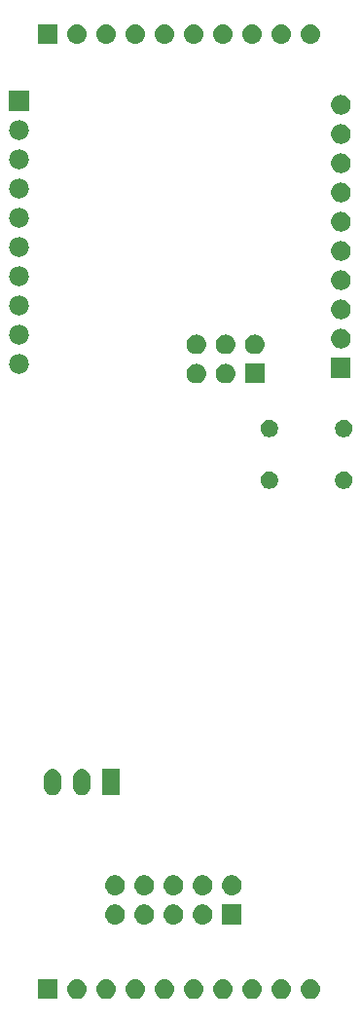
<source format=gbr>
G04 #@! TF.GenerationSoftware,KiCad,Pcbnew,5.0.2+dfsg1-1~bpo9+1*
G04 #@! TF.CreationDate,2019-05-23T15:08:07-07:00*
G04 #@! TF.ProjectId,HW,48572e6b-6963-4616-945f-706362585858,rev?*
G04 #@! TF.SameCoordinates,Original*
G04 #@! TF.FileFunction,Soldermask,Bot*
G04 #@! TF.FilePolarity,Negative*
%FSLAX46Y46*%
G04 Gerber Fmt 4.6, Leading zero omitted, Abs format (unit mm)*
G04 Created by KiCad (PCBNEW 5.0.2+dfsg1-1~bpo9+1) date Thu 23 May 2019 03:08:07 PM PDT*
%MOMM*%
%LPD*%
G01*
G04 APERTURE LIST*
%ADD10C,0.100000*%
G04 APERTURE END LIST*
D10*
G36*
X138026630Y-145662299D02*
X138186855Y-145710903D01*
X138334520Y-145789831D01*
X138463949Y-145896051D01*
X138570169Y-146025480D01*
X138649097Y-146173145D01*
X138697701Y-146333370D01*
X138714112Y-146500000D01*
X138697701Y-146666630D01*
X138649097Y-146826855D01*
X138570169Y-146974520D01*
X138463949Y-147103949D01*
X138334520Y-147210169D01*
X138186855Y-147289097D01*
X138026630Y-147337701D01*
X137901752Y-147350000D01*
X137818248Y-147350000D01*
X137693370Y-147337701D01*
X137533145Y-147289097D01*
X137385480Y-147210169D01*
X137256051Y-147103949D01*
X137149831Y-146974520D01*
X137070903Y-146826855D01*
X137022299Y-146666630D01*
X137005888Y-146500000D01*
X137022299Y-146333370D01*
X137070903Y-146173145D01*
X137149831Y-146025480D01*
X137256051Y-145896051D01*
X137385480Y-145789831D01*
X137533145Y-145710903D01*
X137693370Y-145662299D01*
X137818248Y-145650000D01*
X137901752Y-145650000D01*
X138026630Y-145662299D01*
X138026630Y-145662299D01*
G37*
G36*
X135486630Y-145662299D02*
X135646855Y-145710903D01*
X135794520Y-145789831D01*
X135923949Y-145896051D01*
X136030169Y-146025480D01*
X136109097Y-146173145D01*
X136157701Y-146333370D01*
X136174112Y-146500000D01*
X136157701Y-146666630D01*
X136109097Y-146826855D01*
X136030169Y-146974520D01*
X135923949Y-147103949D01*
X135794520Y-147210169D01*
X135646855Y-147289097D01*
X135486630Y-147337701D01*
X135361752Y-147350000D01*
X135278248Y-147350000D01*
X135153370Y-147337701D01*
X134993145Y-147289097D01*
X134845480Y-147210169D01*
X134716051Y-147103949D01*
X134609831Y-146974520D01*
X134530903Y-146826855D01*
X134482299Y-146666630D01*
X134465888Y-146500000D01*
X134482299Y-146333370D01*
X134530903Y-146173145D01*
X134609831Y-146025480D01*
X134716051Y-145896051D01*
X134845480Y-145789831D01*
X134993145Y-145710903D01*
X135153370Y-145662299D01*
X135278248Y-145650000D01*
X135361752Y-145650000D01*
X135486630Y-145662299D01*
X135486630Y-145662299D01*
G37*
G36*
X115850000Y-147350000D02*
X114150000Y-147350000D01*
X114150000Y-145650000D01*
X115850000Y-145650000D01*
X115850000Y-147350000D01*
X115850000Y-147350000D01*
G37*
G36*
X117706630Y-145662299D02*
X117866855Y-145710903D01*
X118014520Y-145789831D01*
X118143949Y-145896051D01*
X118250169Y-146025480D01*
X118329097Y-146173145D01*
X118377701Y-146333370D01*
X118394112Y-146500000D01*
X118377701Y-146666630D01*
X118329097Y-146826855D01*
X118250169Y-146974520D01*
X118143949Y-147103949D01*
X118014520Y-147210169D01*
X117866855Y-147289097D01*
X117706630Y-147337701D01*
X117581752Y-147350000D01*
X117498248Y-147350000D01*
X117373370Y-147337701D01*
X117213145Y-147289097D01*
X117065480Y-147210169D01*
X116936051Y-147103949D01*
X116829831Y-146974520D01*
X116750903Y-146826855D01*
X116702299Y-146666630D01*
X116685888Y-146500000D01*
X116702299Y-146333370D01*
X116750903Y-146173145D01*
X116829831Y-146025480D01*
X116936051Y-145896051D01*
X117065480Y-145789831D01*
X117213145Y-145710903D01*
X117373370Y-145662299D01*
X117498248Y-145650000D01*
X117581752Y-145650000D01*
X117706630Y-145662299D01*
X117706630Y-145662299D01*
G37*
G36*
X120246630Y-145662299D02*
X120406855Y-145710903D01*
X120554520Y-145789831D01*
X120683949Y-145896051D01*
X120790169Y-146025480D01*
X120869097Y-146173145D01*
X120917701Y-146333370D01*
X120934112Y-146500000D01*
X120917701Y-146666630D01*
X120869097Y-146826855D01*
X120790169Y-146974520D01*
X120683949Y-147103949D01*
X120554520Y-147210169D01*
X120406855Y-147289097D01*
X120246630Y-147337701D01*
X120121752Y-147350000D01*
X120038248Y-147350000D01*
X119913370Y-147337701D01*
X119753145Y-147289097D01*
X119605480Y-147210169D01*
X119476051Y-147103949D01*
X119369831Y-146974520D01*
X119290903Y-146826855D01*
X119242299Y-146666630D01*
X119225888Y-146500000D01*
X119242299Y-146333370D01*
X119290903Y-146173145D01*
X119369831Y-146025480D01*
X119476051Y-145896051D01*
X119605480Y-145789831D01*
X119753145Y-145710903D01*
X119913370Y-145662299D01*
X120038248Y-145650000D01*
X120121752Y-145650000D01*
X120246630Y-145662299D01*
X120246630Y-145662299D01*
G37*
G36*
X122786630Y-145662299D02*
X122946855Y-145710903D01*
X123094520Y-145789831D01*
X123223949Y-145896051D01*
X123330169Y-146025480D01*
X123409097Y-146173145D01*
X123457701Y-146333370D01*
X123474112Y-146500000D01*
X123457701Y-146666630D01*
X123409097Y-146826855D01*
X123330169Y-146974520D01*
X123223949Y-147103949D01*
X123094520Y-147210169D01*
X122946855Y-147289097D01*
X122786630Y-147337701D01*
X122661752Y-147350000D01*
X122578248Y-147350000D01*
X122453370Y-147337701D01*
X122293145Y-147289097D01*
X122145480Y-147210169D01*
X122016051Y-147103949D01*
X121909831Y-146974520D01*
X121830903Y-146826855D01*
X121782299Y-146666630D01*
X121765888Y-146500000D01*
X121782299Y-146333370D01*
X121830903Y-146173145D01*
X121909831Y-146025480D01*
X122016051Y-145896051D01*
X122145480Y-145789831D01*
X122293145Y-145710903D01*
X122453370Y-145662299D01*
X122578248Y-145650000D01*
X122661752Y-145650000D01*
X122786630Y-145662299D01*
X122786630Y-145662299D01*
G37*
G36*
X127866630Y-145662299D02*
X128026855Y-145710903D01*
X128174520Y-145789831D01*
X128303949Y-145896051D01*
X128410169Y-146025480D01*
X128489097Y-146173145D01*
X128537701Y-146333370D01*
X128554112Y-146500000D01*
X128537701Y-146666630D01*
X128489097Y-146826855D01*
X128410169Y-146974520D01*
X128303949Y-147103949D01*
X128174520Y-147210169D01*
X128026855Y-147289097D01*
X127866630Y-147337701D01*
X127741752Y-147350000D01*
X127658248Y-147350000D01*
X127533370Y-147337701D01*
X127373145Y-147289097D01*
X127225480Y-147210169D01*
X127096051Y-147103949D01*
X126989831Y-146974520D01*
X126910903Y-146826855D01*
X126862299Y-146666630D01*
X126845888Y-146500000D01*
X126862299Y-146333370D01*
X126910903Y-146173145D01*
X126989831Y-146025480D01*
X127096051Y-145896051D01*
X127225480Y-145789831D01*
X127373145Y-145710903D01*
X127533370Y-145662299D01*
X127658248Y-145650000D01*
X127741752Y-145650000D01*
X127866630Y-145662299D01*
X127866630Y-145662299D01*
G37*
G36*
X130406630Y-145662299D02*
X130566855Y-145710903D01*
X130714520Y-145789831D01*
X130843949Y-145896051D01*
X130950169Y-146025480D01*
X131029097Y-146173145D01*
X131077701Y-146333370D01*
X131094112Y-146500000D01*
X131077701Y-146666630D01*
X131029097Y-146826855D01*
X130950169Y-146974520D01*
X130843949Y-147103949D01*
X130714520Y-147210169D01*
X130566855Y-147289097D01*
X130406630Y-147337701D01*
X130281752Y-147350000D01*
X130198248Y-147350000D01*
X130073370Y-147337701D01*
X129913145Y-147289097D01*
X129765480Y-147210169D01*
X129636051Y-147103949D01*
X129529831Y-146974520D01*
X129450903Y-146826855D01*
X129402299Y-146666630D01*
X129385888Y-146500000D01*
X129402299Y-146333370D01*
X129450903Y-146173145D01*
X129529831Y-146025480D01*
X129636051Y-145896051D01*
X129765480Y-145789831D01*
X129913145Y-145710903D01*
X130073370Y-145662299D01*
X130198248Y-145650000D01*
X130281752Y-145650000D01*
X130406630Y-145662299D01*
X130406630Y-145662299D01*
G37*
G36*
X132946630Y-145662299D02*
X133106855Y-145710903D01*
X133254520Y-145789831D01*
X133383949Y-145896051D01*
X133490169Y-146025480D01*
X133569097Y-146173145D01*
X133617701Y-146333370D01*
X133634112Y-146500000D01*
X133617701Y-146666630D01*
X133569097Y-146826855D01*
X133490169Y-146974520D01*
X133383949Y-147103949D01*
X133254520Y-147210169D01*
X133106855Y-147289097D01*
X132946630Y-147337701D01*
X132821752Y-147350000D01*
X132738248Y-147350000D01*
X132613370Y-147337701D01*
X132453145Y-147289097D01*
X132305480Y-147210169D01*
X132176051Y-147103949D01*
X132069831Y-146974520D01*
X131990903Y-146826855D01*
X131942299Y-146666630D01*
X131925888Y-146500000D01*
X131942299Y-146333370D01*
X131990903Y-146173145D01*
X132069831Y-146025480D01*
X132176051Y-145896051D01*
X132305480Y-145789831D01*
X132453145Y-145710903D01*
X132613370Y-145662299D01*
X132738248Y-145650000D01*
X132821752Y-145650000D01*
X132946630Y-145662299D01*
X132946630Y-145662299D01*
G37*
G36*
X125326630Y-145662299D02*
X125486855Y-145710903D01*
X125634520Y-145789831D01*
X125763949Y-145896051D01*
X125870169Y-146025480D01*
X125949097Y-146173145D01*
X125997701Y-146333370D01*
X126014112Y-146500000D01*
X125997701Y-146666630D01*
X125949097Y-146826855D01*
X125870169Y-146974520D01*
X125763949Y-147103949D01*
X125634520Y-147210169D01*
X125486855Y-147289097D01*
X125326630Y-147337701D01*
X125201752Y-147350000D01*
X125118248Y-147350000D01*
X124993370Y-147337701D01*
X124833145Y-147289097D01*
X124685480Y-147210169D01*
X124556051Y-147103949D01*
X124449831Y-146974520D01*
X124370903Y-146826855D01*
X124322299Y-146666630D01*
X124305888Y-146500000D01*
X124322299Y-146333370D01*
X124370903Y-146173145D01*
X124449831Y-146025480D01*
X124556051Y-145896051D01*
X124685480Y-145789831D01*
X124833145Y-145710903D01*
X124993370Y-145662299D01*
X125118248Y-145650000D01*
X125201752Y-145650000D01*
X125326630Y-145662299D01*
X125326630Y-145662299D01*
G37*
G36*
X126004712Y-139140565D02*
X126089295Y-139148896D01*
X126209727Y-139185429D01*
X126252088Y-139198279D01*
X126402112Y-139278468D01*
X126533612Y-139386388D01*
X126641532Y-139517888D01*
X126721721Y-139667912D01*
X126721722Y-139667916D01*
X126771104Y-139830705D01*
X126787778Y-140000000D01*
X126771104Y-140169295D01*
X126734571Y-140289727D01*
X126721721Y-140332088D01*
X126641532Y-140482112D01*
X126533612Y-140613612D01*
X126402112Y-140721532D01*
X126252088Y-140801721D01*
X126209727Y-140814571D01*
X126089295Y-140851104D01*
X126004712Y-140859435D01*
X125962421Y-140863600D01*
X125877579Y-140863600D01*
X125835288Y-140859435D01*
X125750705Y-140851104D01*
X125630273Y-140814571D01*
X125587912Y-140801721D01*
X125437888Y-140721532D01*
X125306388Y-140613612D01*
X125198468Y-140482112D01*
X125118279Y-140332088D01*
X125105429Y-140289727D01*
X125068896Y-140169295D01*
X125052222Y-140000000D01*
X125068896Y-139830705D01*
X125118278Y-139667916D01*
X125118279Y-139667912D01*
X125198468Y-139517888D01*
X125306388Y-139386388D01*
X125437888Y-139278468D01*
X125587912Y-139198279D01*
X125630273Y-139185429D01*
X125750705Y-139148896D01*
X125835288Y-139140565D01*
X125877579Y-139136400D01*
X125962421Y-139136400D01*
X126004712Y-139140565D01*
X126004712Y-139140565D01*
G37*
G36*
X128544712Y-139140565D02*
X128629295Y-139148896D01*
X128749727Y-139185429D01*
X128792088Y-139198279D01*
X128942112Y-139278468D01*
X129073612Y-139386388D01*
X129181532Y-139517888D01*
X129261721Y-139667912D01*
X129261722Y-139667916D01*
X129311104Y-139830705D01*
X129327778Y-140000000D01*
X129311104Y-140169295D01*
X129274571Y-140289727D01*
X129261721Y-140332088D01*
X129181532Y-140482112D01*
X129073612Y-140613612D01*
X128942112Y-140721532D01*
X128792088Y-140801721D01*
X128749727Y-140814571D01*
X128629295Y-140851104D01*
X128544712Y-140859435D01*
X128502421Y-140863600D01*
X128417579Y-140863600D01*
X128375288Y-140859435D01*
X128290705Y-140851104D01*
X128170273Y-140814571D01*
X128127912Y-140801721D01*
X127977888Y-140721532D01*
X127846388Y-140613612D01*
X127738468Y-140482112D01*
X127658279Y-140332088D01*
X127645429Y-140289727D01*
X127608896Y-140169295D01*
X127592222Y-140000000D01*
X127608896Y-139830705D01*
X127658278Y-139667916D01*
X127658279Y-139667912D01*
X127738468Y-139517888D01*
X127846388Y-139386388D01*
X127977888Y-139278468D01*
X128127912Y-139198279D01*
X128170273Y-139185429D01*
X128290705Y-139148896D01*
X128375288Y-139140565D01*
X128417579Y-139136400D01*
X128502421Y-139136400D01*
X128544712Y-139140565D01*
X128544712Y-139140565D01*
G37*
G36*
X123464712Y-139140565D02*
X123549295Y-139148896D01*
X123669727Y-139185429D01*
X123712088Y-139198279D01*
X123862112Y-139278468D01*
X123993612Y-139386388D01*
X124101532Y-139517888D01*
X124181721Y-139667912D01*
X124181722Y-139667916D01*
X124231104Y-139830705D01*
X124247778Y-140000000D01*
X124231104Y-140169295D01*
X124194571Y-140289727D01*
X124181721Y-140332088D01*
X124101532Y-140482112D01*
X123993612Y-140613612D01*
X123862112Y-140721532D01*
X123712088Y-140801721D01*
X123669727Y-140814571D01*
X123549295Y-140851104D01*
X123464712Y-140859435D01*
X123422421Y-140863600D01*
X123337579Y-140863600D01*
X123295288Y-140859435D01*
X123210705Y-140851104D01*
X123090273Y-140814571D01*
X123047912Y-140801721D01*
X122897888Y-140721532D01*
X122766388Y-140613612D01*
X122658468Y-140482112D01*
X122578279Y-140332088D01*
X122565429Y-140289727D01*
X122528896Y-140169295D01*
X122512222Y-140000000D01*
X122528896Y-139830705D01*
X122578278Y-139667916D01*
X122578279Y-139667912D01*
X122658468Y-139517888D01*
X122766388Y-139386388D01*
X122897888Y-139278468D01*
X123047912Y-139198279D01*
X123090273Y-139185429D01*
X123210705Y-139148896D01*
X123295288Y-139140565D01*
X123337579Y-139136400D01*
X123422421Y-139136400D01*
X123464712Y-139140565D01*
X123464712Y-139140565D01*
G37*
G36*
X131863600Y-140863600D02*
X130136400Y-140863600D01*
X130136400Y-139136400D01*
X131863600Y-139136400D01*
X131863600Y-140863600D01*
X131863600Y-140863600D01*
G37*
G36*
X120924712Y-139140565D02*
X121009295Y-139148896D01*
X121129727Y-139185429D01*
X121172088Y-139198279D01*
X121322112Y-139278468D01*
X121453612Y-139386388D01*
X121561532Y-139517888D01*
X121641721Y-139667912D01*
X121641722Y-139667916D01*
X121691104Y-139830705D01*
X121707778Y-140000000D01*
X121691104Y-140169295D01*
X121654571Y-140289727D01*
X121641721Y-140332088D01*
X121561532Y-140482112D01*
X121453612Y-140613612D01*
X121322112Y-140721532D01*
X121172088Y-140801721D01*
X121129727Y-140814571D01*
X121009295Y-140851104D01*
X120924712Y-140859435D01*
X120882421Y-140863600D01*
X120797579Y-140863600D01*
X120755288Y-140859435D01*
X120670705Y-140851104D01*
X120550273Y-140814571D01*
X120507912Y-140801721D01*
X120357888Y-140721532D01*
X120226388Y-140613612D01*
X120118468Y-140482112D01*
X120038279Y-140332088D01*
X120025429Y-140289727D01*
X119988896Y-140169295D01*
X119972222Y-140000000D01*
X119988896Y-139830705D01*
X120038278Y-139667916D01*
X120038279Y-139667912D01*
X120118468Y-139517888D01*
X120226388Y-139386388D01*
X120357888Y-139278468D01*
X120507912Y-139198279D01*
X120550273Y-139185429D01*
X120670705Y-139148896D01*
X120755288Y-139140565D01*
X120797579Y-139136400D01*
X120882421Y-139136400D01*
X120924712Y-139140565D01*
X120924712Y-139140565D01*
G37*
G36*
X123464712Y-136600565D02*
X123549295Y-136608896D01*
X123669727Y-136645429D01*
X123712088Y-136658279D01*
X123862112Y-136738468D01*
X123993612Y-136846388D01*
X124101532Y-136977888D01*
X124181721Y-137127912D01*
X124181722Y-137127916D01*
X124231104Y-137290705D01*
X124247778Y-137460000D01*
X124231104Y-137629295D01*
X124194571Y-137749727D01*
X124181721Y-137792088D01*
X124101532Y-137942112D01*
X123993612Y-138073612D01*
X123862112Y-138181532D01*
X123712088Y-138261721D01*
X123669727Y-138274571D01*
X123549295Y-138311104D01*
X123464712Y-138319435D01*
X123422421Y-138323600D01*
X123337579Y-138323600D01*
X123295288Y-138319435D01*
X123210705Y-138311104D01*
X123090273Y-138274571D01*
X123047912Y-138261721D01*
X122897888Y-138181532D01*
X122766388Y-138073612D01*
X122658468Y-137942112D01*
X122578279Y-137792088D01*
X122565429Y-137749727D01*
X122528896Y-137629295D01*
X122512222Y-137460000D01*
X122528896Y-137290705D01*
X122578278Y-137127916D01*
X122578279Y-137127912D01*
X122658468Y-136977888D01*
X122766388Y-136846388D01*
X122897888Y-136738468D01*
X123047912Y-136658279D01*
X123090273Y-136645429D01*
X123210705Y-136608896D01*
X123295288Y-136600565D01*
X123337579Y-136596400D01*
X123422421Y-136596400D01*
X123464712Y-136600565D01*
X123464712Y-136600565D01*
G37*
G36*
X126004712Y-136600565D02*
X126089295Y-136608896D01*
X126209727Y-136645429D01*
X126252088Y-136658279D01*
X126402112Y-136738468D01*
X126533612Y-136846388D01*
X126641532Y-136977888D01*
X126721721Y-137127912D01*
X126721722Y-137127916D01*
X126771104Y-137290705D01*
X126787778Y-137460000D01*
X126771104Y-137629295D01*
X126734571Y-137749727D01*
X126721721Y-137792088D01*
X126641532Y-137942112D01*
X126533612Y-138073612D01*
X126402112Y-138181532D01*
X126252088Y-138261721D01*
X126209727Y-138274571D01*
X126089295Y-138311104D01*
X126004712Y-138319435D01*
X125962421Y-138323600D01*
X125877579Y-138323600D01*
X125835288Y-138319435D01*
X125750705Y-138311104D01*
X125630273Y-138274571D01*
X125587912Y-138261721D01*
X125437888Y-138181532D01*
X125306388Y-138073612D01*
X125198468Y-137942112D01*
X125118279Y-137792088D01*
X125105429Y-137749727D01*
X125068896Y-137629295D01*
X125052222Y-137460000D01*
X125068896Y-137290705D01*
X125118278Y-137127916D01*
X125118279Y-137127912D01*
X125198468Y-136977888D01*
X125306388Y-136846388D01*
X125437888Y-136738468D01*
X125587912Y-136658279D01*
X125630273Y-136645429D01*
X125750705Y-136608896D01*
X125835288Y-136600565D01*
X125877579Y-136596400D01*
X125962421Y-136596400D01*
X126004712Y-136600565D01*
X126004712Y-136600565D01*
G37*
G36*
X128544712Y-136600565D02*
X128629295Y-136608896D01*
X128749727Y-136645429D01*
X128792088Y-136658279D01*
X128942112Y-136738468D01*
X129073612Y-136846388D01*
X129181532Y-136977888D01*
X129261721Y-137127912D01*
X129261722Y-137127916D01*
X129311104Y-137290705D01*
X129327778Y-137460000D01*
X129311104Y-137629295D01*
X129274571Y-137749727D01*
X129261721Y-137792088D01*
X129181532Y-137942112D01*
X129073612Y-138073612D01*
X128942112Y-138181532D01*
X128792088Y-138261721D01*
X128749727Y-138274571D01*
X128629295Y-138311104D01*
X128544712Y-138319435D01*
X128502421Y-138323600D01*
X128417579Y-138323600D01*
X128375288Y-138319435D01*
X128290705Y-138311104D01*
X128170273Y-138274571D01*
X128127912Y-138261721D01*
X127977888Y-138181532D01*
X127846388Y-138073612D01*
X127738468Y-137942112D01*
X127658279Y-137792088D01*
X127645429Y-137749727D01*
X127608896Y-137629295D01*
X127592222Y-137460000D01*
X127608896Y-137290705D01*
X127658278Y-137127916D01*
X127658279Y-137127912D01*
X127738468Y-136977888D01*
X127846388Y-136846388D01*
X127977888Y-136738468D01*
X128127912Y-136658279D01*
X128170273Y-136645429D01*
X128290705Y-136608896D01*
X128375288Y-136600565D01*
X128417579Y-136596400D01*
X128502421Y-136596400D01*
X128544712Y-136600565D01*
X128544712Y-136600565D01*
G37*
G36*
X131084712Y-136600565D02*
X131169295Y-136608896D01*
X131289727Y-136645429D01*
X131332088Y-136658279D01*
X131482112Y-136738468D01*
X131613612Y-136846388D01*
X131721532Y-136977888D01*
X131801721Y-137127912D01*
X131801722Y-137127916D01*
X131851104Y-137290705D01*
X131867778Y-137460000D01*
X131851104Y-137629295D01*
X131814571Y-137749727D01*
X131801721Y-137792088D01*
X131721532Y-137942112D01*
X131613612Y-138073612D01*
X131482112Y-138181532D01*
X131332088Y-138261721D01*
X131289727Y-138274571D01*
X131169295Y-138311104D01*
X131084712Y-138319435D01*
X131042421Y-138323600D01*
X130957579Y-138323600D01*
X130915288Y-138319435D01*
X130830705Y-138311104D01*
X130710273Y-138274571D01*
X130667912Y-138261721D01*
X130517888Y-138181532D01*
X130386388Y-138073612D01*
X130278468Y-137942112D01*
X130198279Y-137792088D01*
X130185429Y-137749727D01*
X130148896Y-137629295D01*
X130132222Y-137460000D01*
X130148896Y-137290705D01*
X130198278Y-137127916D01*
X130198279Y-137127912D01*
X130278468Y-136977888D01*
X130386388Y-136846388D01*
X130517888Y-136738468D01*
X130667912Y-136658279D01*
X130710273Y-136645429D01*
X130830705Y-136608896D01*
X130915288Y-136600565D01*
X130957579Y-136596400D01*
X131042421Y-136596400D01*
X131084712Y-136600565D01*
X131084712Y-136600565D01*
G37*
G36*
X120924712Y-136600565D02*
X121009295Y-136608896D01*
X121129727Y-136645429D01*
X121172088Y-136658279D01*
X121322112Y-136738468D01*
X121453612Y-136846388D01*
X121561532Y-136977888D01*
X121641721Y-137127912D01*
X121641722Y-137127916D01*
X121691104Y-137290705D01*
X121707778Y-137460000D01*
X121691104Y-137629295D01*
X121654571Y-137749727D01*
X121641721Y-137792088D01*
X121561532Y-137942112D01*
X121453612Y-138073612D01*
X121322112Y-138181532D01*
X121172088Y-138261721D01*
X121129727Y-138274571D01*
X121009295Y-138311104D01*
X120924712Y-138319435D01*
X120882421Y-138323600D01*
X120797579Y-138323600D01*
X120755288Y-138319435D01*
X120670705Y-138311104D01*
X120550273Y-138274571D01*
X120507912Y-138261721D01*
X120357888Y-138181532D01*
X120226388Y-138073612D01*
X120118468Y-137942112D01*
X120038279Y-137792088D01*
X120025429Y-137749727D01*
X119988896Y-137629295D01*
X119972222Y-137460000D01*
X119988896Y-137290705D01*
X120038278Y-137127916D01*
X120038279Y-137127912D01*
X120118468Y-136977888D01*
X120226388Y-136846388D01*
X120357888Y-136738468D01*
X120507912Y-136658279D01*
X120550273Y-136645429D01*
X120670705Y-136608896D01*
X120755288Y-136600565D01*
X120797579Y-136596400D01*
X120882421Y-136596400D01*
X120924712Y-136600565D01*
X120924712Y-136600565D01*
G37*
G36*
X115567027Y-127360852D02*
X115708401Y-127403738D01*
X115838694Y-127473380D01*
X115952896Y-127567104D01*
X116046620Y-127681306D01*
X116116262Y-127811599D01*
X116159148Y-127952973D01*
X116170000Y-128063161D01*
X116170000Y-128936839D01*
X116159148Y-129047027D01*
X116116262Y-129188401D01*
X116046620Y-129318694D01*
X115952899Y-129432893D01*
X115838690Y-129526622D01*
X115708400Y-129596262D01*
X115567026Y-129639148D01*
X115420000Y-129653628D01*
X115272973Y-129639148D01*
X115131599Y-129596262D01*
X115001306Y-129526620D01*
X114887107Y-129432899D01*
X114793378Y-129318690D01*
X114723738Y-129188400D01*
X114680852Y-129047026D01*
X114670000Y-128936838D01*
X114670000Y-128063162D01*
X114680853Y-127952973D01*
X114723739Y-127811599D01*
X114793381Y-127681306D01*
X114887105Y-127567104D01*
X115001307Y-127473380D01*
X115131600Y-127403738D01*
X115272974Y-127360852D01*
X115420000Y-127346372D01*
X115567027Y-127360852D01*
X115567027Y-127360852D01*
G37*
G36*
X118107027Y-127360852D02*
X118248401Y-127403738D01*
X118378694Y-127473380D01*
X118492896Y-127567104D01*
X118586620Y-127681306D01*
X118656262Y-127811599D01*
X118699148Y-127952973D01*
X118710000Y-128063161D01*
X118710000Y-128936839D01*
X118699148Y-129047027D01*
X118656262Y-129188401D01*
X118586620Y-129318694D01*
X118492899Y-129432893D01*
X118378690Y-129526622D01*
X118248400Y-129596262D01*
X118107026Y-129639148D01*
X117960000Y-129653628D01*
X117812973Y-129639148D01*
X117671599Y-129596262D01*
X117541306Y-129526620D01*
X117427107Y-129432899D01*
X117333378Y-129318690D01*
X117263738Y-129188400D01*
X117220852Y-129047026D01*
X117210000Y-128936838D01*
X117210000Y-128063162D01*
X117220853Y-127952973D01*
X117263739Y-127811599D01*
X117333381Y-127681306D01*
X117427105Y-127567104D01*
X117541307Y-127473380D01*
X117671600Y-127403738D01*
X117812974Y-127360852D01*
X117960000Y-127346372D01*
X118107027Y-127360852D01*
X118107027Y-127360852D01*
G37*
G36*
X121250000Y-129650000D02*
X119750000Y-129650000D01*
X119750000Y-127350000D01*
X121250000Y-127350000D01*
X121250000Y-129650000D01*
X121250000Y-129650000D01*
G37*
G36*
X140933195Y-101507522D02*
X140982267Y-101517283D01*
X141120942Y-101574724D01*
X141245750Y-101658118D01*
X141351882Y-101764250D01*
X141435276Y-101889058D01*
X141492717Y-102027734D01*
X141522000Y-102174948D01*
X141522000Y-102325052D01*
X141492717Y-102472266D01*
X141435276Y-102610942D01*
X141351882Y-102735750D01*
X141245750Y-102841882D01*
X141245747Y-102841884D01*
X141120942Y-102925276D01*
X140982267Y-102982717D01*
X140933195Y-102992478D01*
X140835052Y-103012000D01*
X140684948Y-103012000D01*
X140586805Y-102992478D01*
X140537733Y-102982717D01*
X140399058Y-102925276D01*
X140274253Y-102841884D01*
X140274250Y-102841882D01*
X140168118Y-102735750D01*
X140084724Y-102610942D01*
X140027283Y-102472266D01*
X139998000Y-102325052D01*
X139998000Y-102174948D01*
X140027283Y-102027734D01*
X140084724Y-101889058D01*
X140168118Y-101764250D01*
X140274250Y-101658118D01*
X140399058Y-101574724D01*
X140537733Y-101517283D01*
X140586805Y-101507522D01*
X140684948Y-101488000D01*
X140835052Y-101488000D01*
X140933195Y-101507522D01*
X140933195Y-101507522D01*
G37*
G36*
X134433195Y-101507522D02*
X134482267Y-101517283D01*
X134620942Y-101574724D01*
X134745750Y-101658118D01*
X134851882Y-101764250D01*
X134935276Y-101889058D01*
X134992717Y-102027734D01*
X135022000Y-102174948D01*
X135022000Y-102325052D01*
X134992717Y-102472266D01*
X134935276Y-102610942D01*
X134851882Y-102735750D01*
X134745750Y-102841882D01*
X134745747Y-102841884D01*
X134620942Y-102925276D01*
X134482267Y-102982717D01*
X134433195Y-102992478D01*
X134335052Y-103012000D01*
X134184948Y-103012000D01*
X134086805Y-102992478D01*
X134037733Y-102982717D01*
X133899058Y-102925276D01*
X133774253Y-102841884D01*
X133774250Y-102841882D01*
X133668118Y-102735750D01*
X133584724Y-102610942D01*
X133527283Y-102472266D01*
X133498000Y-102325052D01*
X133498000Y-102174948D01*
X133527283Y-102027734D01*
X133584724Y-101889058D01*
X133668118Y-101764250D01*
X133774250Y-101658118D01*
X133899058Y-101574724D01*
X134037733Y-101517283D01*
X134086805Y-101507522D01*
X134184948Y-101488000D01*
X134335052Y-101488000D01*
X134433195Y-101507522D01*
X134433195Y-101507522D01*
G37*
G36*
X140933195Y-97007522D02*
X140982267Y-97017283D01*
X141120942Y-97074724D01*
X141245750Y-97158118D01*
X141351882Y-97264250D01*
X141435276Y-97389058D01*
X141492717Y-97527734D01*
X141522000Y-97674948D01*
X141522000Y-97825052D01*
X141492717Y-97972266D01*
X141435276Y-98110942D01*
X141351882Y-98235750D01*
X141245750Y-98341882D01*
X141245747Y-98341884D01*
X141120942Y-98425276D01*
X140982267Y-98482717D01*
X140933195Y-98492478D01*
X140835052Y-98512000D01*
X140684948Y-98512000D01*
X140586805Y-98492478D01*
X140537733Y-98482717D01*
X140399058Y-98425276D01*
X140274253Y-98341884D01*
X140274250Y-98341882D01*
X140168118Y-98235750D01*
X140084724Y-98110942D01*
X140027283Y-97972266D01*
X139998000Y-97825052D01*
X139998000Y-97674948D01*
X140027283Y-97527734D01*
X140084724Y-97389058D01*
X140168118Y-97264250D01*
X140274250Y-97158118D01*
X140399058Y-97074724D01*
X140537733Y-97017283D01*
X140586805Y-97007522D01*
X140684948Y-96988000D01*
X140835052Y-96988000D01*
X140933195Y-97007522D01*
X140933195Y-97007522D01*
G37*
G36*
X134433195Y-97007522D02*
X134482267Y-97017283D01*
X134620942Y-97074724D01*
X134745750Y-97158118D01*
X134851882Y-97264250D01*
X134935276Y-97389058D01*
X134992717Y-97527734D01*
X135022000Y-97674948D01*
X135022000Y-97825052D01*
X134992717Y-97972266D01*
X134935276Y-98110942D01*
X134851882Y-98235750D01*
X134745750Y-98341882D01*
X134745747Y-98341884D01*
X134620942Y-98425276D01*
X134482267Y-98482717D01*
X134433195Y-98492478D01*
X134335052Y-98512000D01*
X134184948Y-98512000D01*
X134086805Y-98492478D01*
X134037733Y-98482717D01*
X133899058Y-98425276D01*
X133774253Y-98341884D01*
X133774250Y-98341882D01*
X133668118Y-98235750D01*
X133584724Y-98110942D01*
X133527283Y-97972266D01*
X133498000Y-97825052D01*
X133498000Y-97674948D01*
X133527283Y-97527734D01*
X133584724Y-97389058D01*
X133668118Y-97264250D01*
X133774250Y-97158118D01*
X133899058Y-97074724D01*
X134037733Y-97017283D01*
X134086805Y-97007522D01*
X134184948Y-96988000D01*
X134335052Y-96988000D01*
X134433195Y-97007522D01*
X134433195Y-97007522D01*
G37*
G36*
X130626630Y-92162299D02*
X130786855Y-92210903D01*
X130934520Y-92289831D01*
X131063949Y-92396051D01*
X131170169Y-92525480D01*
X131249097Y-92673145D01*
X131297701Y-92833370D01*
X131314112Y-93000000D01*
X131297701Y-93166630D01*
X131249097Y-93326855D01*
X131170169Y-93474520D01*
X131063949Y-93603949D01*
X130934520Y-93710169D01*
X130786855Y-93789097D01*
X130626630Y-93837701D01*
X130501752Y-93850000D01*
X130418248Y-93850000D01*
X130293370Y-93837701D01*
X130133145Y-93789097D01*
X129985480Y-93710169D01*
X129856051Y-93603949D01*
X129749831Y-93474520D01*
X129670903Y-93326855D01*
X129622299Y-93166630D01*
X129605888Y-93000000D01*
X129622299Y-92833370D01*
X129670903Y-92673145D01*
X129749831Y-92525480D01*
X129856051Y-92396051D01*
X129985480Y-92289831D01*
X130133145Y-92210903D01*
X130293370Y-92162299D01*
X130418248Y-92150000D01*
X130501752Y-92150000D01*
X130626630Y-92162299D01*
X130626630Y-92162299D01*
G37*
G36*
X133850000Y-93850000D02*
X132150000Y-93850000D01*
X132150000Y-92150000D01*
X133850000Y-92150000D01*
X133850000Y-93850000D01*
X133850000Y-93850000D01*
G37*
G36*
X128086630Y-92162299D02*
X128246855Y-92210903D01*
X128394520Y-92289831D01*
X128523949Y-92396051D01*
X128630169Y-92525480D01*
X128709097Y-92673145D01*
X128757701Y-92833370D01*
X128774112Y-93000000D01*
X128757701Y-93166630D01*
X128709097Y-93326855D01*
X128630169Y-93474520D01*
X128523949Y-93603949D01*
X128394520Y-93710169D01*
X128246855Y-93789097D01*
X128086630Y-93837701D01*
X127961752Y-93850000D01*
X127878248Y-93850000D01*
X127753370Y-93837701D01*
X127593145Y-93789097D01*
X127445480Y-93710169D01*
X127316051Y-93603949D01*
X127209831Y-93474520D01*
X127130903Y-93326855D01*
X127082299Y-93166630D01*
X127065888Y-93000000D01*
X127082299Y-92833370D01*
X127130903Y-92673145D01*
X127209831Y-92525480D01*
X127316051Y-92396051D01*
X127445480Y-92289831D01*
X127593145Y-92210903D01*
X127753370Y-92162299D01*
X127878248Y-92150000D01*
X127961752Y-92150000D01*
X128086630Y-92162299D01*
X128086630Y-92162299D01*
G37*
G36*
X141350000Y-93350000D02*
X139650000Y-93350000D01*
X139650000Y-91650000D01*
X141350000Y-91650000D01*
X141350000Y-93350000D01*
X141350000Y-93350000D01*
G37*
G36*
X112666630Y-91322299D02*
X112826855Y-91370903D01*
X112974520Y-91449831D01*
X113103949Y-91556051D01*
X113210169Y-91685480D01*
X113289097Y-91833145D01*
X113337701Y-91993370D01*
X113354112Y-92160000D01*
X113337701Y-92326630D01*
X113289097Y-92486855D01*
X113210169Y-92634520D01*
X113103949Y-92763949D01*
X112974520Y-92870169D01*
X112826855Y-92949097D01*
X112666630Y-92997701D01*
X112541752Y-93010000D01*
X112458248Y-93010000D01*
X112333370Y-92997701D01*
X112173145Y-92949097D01*
X112025480Y-92870169D01*
X111896051Y-92763949D01*
X111789831Y-92634520D01*
X111710903Y-92486855D01*
X111662299Y-92326630D01*
X111645888Y-92160000D01*
X111662299Y-91993370D01*
X111710903Y-91833145D01*
X111789831Y-91685480D01*
X111896051Y-91556051D01*
X112025480Y-91449831D01*
X112173145Y-91370903D01*
X112333370Y-91322299D01*
X112458248Y-91310000D01*
X112541752Y-91310000D01*
X112666630Y-91322299D01*
X112666630Y-91322299D01*
G37*
G36*
X133166630Y-89622299D02*
X133326855Y-89670903D01*
X133474520Y-89749831D01*
X133603949Y-89856051D01*
X133710169Y-89985480D01*
X133789097Y-90133145D01*
X133837701Y-90293370D01*
X133854112Y-90460000D01*
X133837701Y-90626630D01*
X133789097Y-90786855D01*
X133710169Y-90934520D01*
X133603949Y-91063949D01*
X133474520Y-91170169D01*
X133326855Y-91249097D01*
X133166630Y-91297701D01*
X133041752Y-91310000D01*
X132958248Y-91310000D01*
X132833370Y-91297701D01*
X132673145Y-91249097D01*
X132525480Y-91170169D01*
X132396051Y-91063949D01*
X132289831Y-90934520D01*
X132210903Y-90786855D01*
X132162299Y-90626630D01*
X132145888Y-90460000D01*
X132162299Y-90293370D01*
X132210903Y-90133145D01*
X132289831Y-89985480D01*
X132396051Y-89856051D01*
X132525480Y-89749831D01*
X132673145Y-89670903D01*
X132833370Y-89622299D01*
X132958248Y-89610000D01*
X133041752Y-89610000D01*
X133166630Y-89622299D01*
X133166630Y-89622299D01*
G37*
G36*
X128086630Y-89622299D02*
X128246855Y-89670903D01*
X128394520Y-89749831D01*
X128523949Y-89856051D01*
X128630169Y-89985480D01*
X128709097Y-90133145D01*
X128757701Y-90293370D01*
X128774112Y-90460000D01*
X128757701Y-90626630D01*
X128709097Y-90786855D01*
X128630169Y-90934520D01*
X128523949Y-91063949D01*
X128394520Y-91170169D01*
X128246855Y-91249097D01*
X128086630Y-91297701D01*
X127961752Y-91310000D01*
X127878248Y-91310000D01*
X127753370Y-91297701D01*
X127593145Y-91249097D01*
X127445480Y-91170169D01*
X127316051Y-91063949D01*
X127209831Y-90934520D01*
X127130903Y-90786855D01*
X127082299Y-90626630D01*
X127065888Y-90460000D01*
X127082299Y-90293370D01*
X127130903Y-90133145D01*
X127209831Y-89985480D01*
X127316051Y-89856051D01*
X127445480Y-89749831D01*
X127593145Y-89670903D01*
X127753370Y-89622299D01*
X127878248Y-89610000D01*
X127961752Y-89610000D01*
X128086630Y-89622299D01*
X128086630Y-89622299D01*
G37*
G36*
X130626630Y-89622299D02*
X130786855Y-89670903D01*
X130934520Y-89749831D01*
X131063949Y-89856051D01*
X131170169Y-89985480D01*
X131249097Y-90133145D01*
X131297701Y-90293370D01*
X131314112Y-90460000D01*
X131297701Y-90626630D01*
X131249097Y-90786855D01*
X131170169Y-90934520D01*
X131063949Y-91063949D01*
X130934520Y-91170169D01*
X130786855Y-91249097D01*
X130626630Y-91297701D01*
X130501752Y-91310000D01*
X130418248Y-91310000D01*
X130293370Y-91297701D01*
X130133145Y-91249097D01*
X129985480Y-91170169D01*
X129856051Y-91063949D01*
X129749831Y-90934520D01*
X129670903Y-90786855D01*
X129622299Y-90626630D01*
X129605888Y-90460000D01*
X129622299Y-90293370D01*
X129670903Y-90133145D01*
X129749831Y-89985480D01*
X129856051Y-89856051D01*
X129985480Y-89749831D01*
X130133145Y-89670903D01*
X130293370Y-89622299D01*
X130418248Y-89610000D01*
X130501752Y-89610000D01*
X130626630Y-89622299D01*
X130626630Y-89622299D01*
G37*
G36*
X140666630Y-89122299D02*
X140826855Y-89170903D01*
X140974520Y-89249831D01*
X141103949Y-89356051D01*
X141210169Y-89485480D01*
X141289097Y-89633145D01*
X141337701Y-89793370D01*
X141354112Y-89960000D01*
X141337701Y-90126630D01*
X141289097Y-90286855D01*
X141210169Y-90434520D01*
X141103949Y-90563949D01*
X140974520Y-90670169D01*
X140826855Y-90749097D01*
X140666630Y-90797701D01*
X140541752Y-90810000D01*
X140458248Y-90810000D01*
X140333370Y-90797701D01*
X140173145Y-90749097D01*
X140025480Y-90670169D01*
X139896051Y-90563949D01*
X139789831Y-90434520D01*
X139710903Y-90286855D01*
X139662299Y-90126630D01*
X139645888Y-89960000D01*
X139662299Y-89793370D01*
X139710903Y-89633145D01*
X139789831Y-89485480D01*
X139896051Y-89356051D01*
X140025480Y-89249831D01*
X140173145Y-89170903D01*
X140333370Y-89122299D01*
X140458248Y-89110000D01*
X140541752Y-89110000D01*
X140666630Y-89122299D01*
X140666630Y-89122299D01*
G37*
G36*
X112666630Y-88782299D02*
X112826855Y-88830903D01*
X112974520Y-88909831D01*
X113103949Y-89016051D01*
X113210169Y-89145480D01*
X113289097Y-89293145D01*
X113337701Y-89453370D01*
X113354112Y-89620000D01*
X113337701Y-89786630D01*
X113289097Y-89946855D01*
X113210169Y-90094520D01*
X113103949Y-90223949D01*
X112974520Y-90330169D01*
X112826855Y-90409097D01*
X112666630Y-90457701D01*
X112541752Y-90470000D01*
X112458248Y-90470000D01*
X112333370Y-90457701D01*
X112173145Y-90409097D01*
X112025480Y-90330169D01*
X111896051Y-90223949D01*
X111789831Y-90094520D01*
X111710903Y-89946855D01*
X111662299Y-89786630D01*
X111645888Y-89620000D01*
X111662299Y-89453370D01*
X111710903Y-89293145D01*
X111789831Y-89145480D01*
X111896051Y-89016051D01*
X112025480Y-88909831D01*
X112173145Y-88830903D01*
X112333370Y-88782299D01*
X112458248Y-88770000D01*
X112541752Y-88770000D01*
X112666630Y-88782299D01*
X112666630Y-88782299D01*
G37*
G36*
X140666630Y-86582299D02*
X140826855Y-86630903D01*
X140974520Y-86709831D01*
X141103949Y-86816051D01*
X141210169Y-86945480D01*
X141289097Y-87093145D01*
X141337701Y-87253370D01*
X141354112Y-87420000D01*
X141337701Y-87586630D01*
X141289097Y-87746855D01*
X141210169Y-87894520D01*
X141103949Y-88023949D01*
X140974520Y-88130169D01*
X140826855Y-88209097D01*
X140666630Y-88257701D01*
X140541752Y-88270000D01*
X140458248Y-88270000D01*
X140333370Y-88257701D01*
X140173145Y-88209097D01*
X140025480Y-88130169D01*
X139896051Y-88023949D01*
X139789831Y-87894520D01*
X139710903Y-87746855D01*
X139662299Y-87586630D01*
X139645888Y-87420000D01*
X139662299Y-87253370D01*
X139710903Y-87093145D01*
X139789831Y-86945480D01*
X139896051Y-86816051D01*
X140025480Y-86709831D01*
X140173145Y-86630903D01*
X140333370Y-86582299D01*
X140458248Y-86570000D01*
X140541752Y-86570000D01*
X140666630Y-86582299D01*
X140666630Y-86582299D01*
G37*
G36*
X112666630Y-86242299D02*
X112826855Y-86290903D01*
X112974520Y-86369831D01*
X113103949Y-86476051D01*
X113210169Y-86605480D01*
X113289097Y-86753145D01*
X113337701Y-86913370D01*
X113354112Y-87080000D01*
X113337701Y-87246630D01*
X113289097Y-87406855D01*
X113210169Y-87554520D01*
X113103949Y-87683949D01*
X112974520Y-87790169D01*
X112826855Y-87869097D01*
X112666630Y-87917701D01*
X112541752Y-87930000D01*
X112458248Y-87930000D01*
X112333370Y-87917701D01*
X112173145Y-87869097D01*
X112025480Y-87790169D01*
X111896051Y-87683949D01*
X111789831Y-87554520D01*
X111710903Y-87406855D01*
X111662299Y-87246630D01*
X111645888Y-87080000D01*
X111662299Y-86913370D01*
X111710903Y-86753145D01*
X111789831Y-86605480D01*
X111896051Y-86476051D01*
X112025480Y-86369831D01*
X112173145Y-86290903D01*
X112333370Y-86242299D01*
X112458248Y-86230000D01*
X112541752Y-86230000D01*
X112666630Y-86242299D01*
X112666630Y-86242299D01*
G37*
G36*
X140666630Y-84042299D02*
X140826855Y-84090903D01*
X140974520Y-84169831D01*
X141103949Y-84276051D01*
X141210169Y-84405480D01*
X141289097Y-84553145D01*
X141337701Y-84713370D01*
X141354112Y-84880000D01*
X141337701Y-85046630D01*
X141289097Y-85206855D01*
X141210169Y-85354520D01*
X141103949Y-85483949D01*
X140974520Y-85590169D01*
X140826855Y-85669097D01*
X140666630Y-85717701D01*
X140541752Y-85730000D01*
X140458248Y-85730000D01*
X140333370Y-85717701D01*
X140173145Y-85669097D01*
X140025480Y-85590169D01*
X139896051Y-85483949D01*
X139789831Y-85354520D01*
X139710903Y-85206855D01*
X139662299Y-85046630D01*
X139645888Y-84880000D01*
X139662299Y-84713370D01*
X139710903Y-84553145D01*
X139789831Y-84405480D01*
X139896051Y-84276051D01*
X140025480Y-84169831D01*
X140173145Y-84090903D01*
X140333370Y-84042299D01*
X140458248Y-84030000D01*
X140541752Y-84030000D01*
X140666630Y-84042299D01*
X140666630Y-84042299D01*
G37*
G36*
X112666630Y-83702299D02*
X112826855Y-83750903D01*
X112974520Y-83829831D01*
X113103949Y-83936051D01*
X113210169Y-84065480D01*
X113289097Y-84213145D01*
X113337701Y-84373370D01*
X113354112Y-84540000D01*
X113337701Y-84706630D01*
X113289097Y-84866855D01*
X113210169Y-85014520D01*
X113103949Y-85143949D01*
X112974520Y-85250169D01*
X112826855Y-85329097D01*
X112666630Y-85377701D01*
X112541752Y-85390000D01*
X112458248Y-85390000D01*
X112333370Y-85377701D01*
X112173145Y-85329097D01*
X112025480Y-85250169D01*
X111896051Y-85143949D01*
X111789831Y-85014520D01*
X111710903Y-84866855D01*
X111662299Y-84706630D01*
X111645888Y-84540000D01*
X111662299Y-84373370D01*
X111710903Y-84213145D01*
X111789831Y-84065480D01*
X111896051Y-83936051D01*
X112025480Y-83829831D01*
X112173145Y-83750903D01*
X112333370Y-83702299D01*
X112458248Y-83690000D01*
X112541752Y-83690000D01*
X112666630Y-83702299D01*
X112666630Y-83702299D01*
G37*
G36*
X140666630Y-81502299D02*
X140826855Y-81550903D01*
X140974520Y-81629831D01*
X141103949Y-81736051D01*
X141210169Y-81865480D01*
X141289097Y-82013145D01*
X141337701Y-82173370D01*
X141354112Y-82340000D01*
X141337701Y-82506630D01*
X141289097Y-82666855D01*
X141210169Y-82814520D01*
X141103949Y-82943949D01*
X140974520Y-83050169D01*
X140826855Y-83129097D01*
X140666630Y-83177701D01*
X140541752Y-83190000D01*
X140458248Y-83190000D01*
X140333370Y-83177701D01*
X140173145Y-83129097D01*
X140025480Y-83050169D01*
X139896051Y-82943949D01*
X139789831Y-82814520D01*
X139710903Y-82666855D01*
X139662299Y-82506630D01*
X139645888Y-82340000D01*
X139662299Y-82173370D01*
X139710903Y-82013145D01*
X139789831Y-81865480D01*
X139896051Y-81736051D01*
X140025480Y-81629831D01*
X140173145Y-81550903D01*
X140333370Y-81502299D01*
X140458248Y-81490000D01*
X140541752Y-81490000D01*
X140666630Y-81502299D01*
X140666630Y-81502299D01*
G37*
G36*
X112666630Y-81162299D02*
X112826855Y-81210903D01*
X112974520Y-81289831D01*
X113103949Y-81396051D01*
X113210169Y-81525480D01*
X113289097Y-81673145D01*
X113337701Y-81833370D01*
X113354112Y-82000000D01*
X113337701Y-82166630D01*
X113289097Y-82326855D01*
X113210169Y-82474520D01*
X113103949Y-82603949D01*
X112974520Y-82710169D01*
X112826855Y-82789097D01*
X112666630Y-82837701D01*
X112541752Y-82850000D01*
X112458248Y-82850000D01*
X112333370Y-82837701D01*
X112173145Y-82789097D01*
X112025480Y-82710169D01*
X111896051Y-82603949D01*
X111789831Y-82474520D01*
X111710903Y-82326855D01*
X111662299Y-82166630D01*
X111645888Y-82000000D01*
X111662299Y-81833370D01*
X111710903Y-81673145D01*
X111789831Y-81525480D01*
X111896051Y-81396051D01*
X112025480Y-81289831D01*
X112173145Y-81210903D01*
X112333370Y-81162299D01*
X112458248Y-81150000D01*
X112541752Y-81150000D01*
X112666630Y-81162299D01*
X112666630Y-81162299D01*
G37*
G36*
X140666630Y-78962299D02*
X140826855Y-79010903D01*
X140974520Y-79089831D01*
X141103949Y-79196051D01*
X141210169Y-79325480D01*
X141289097Y-79473145D01*
X141337701Y-79633370D01*
X141354112Y-79800000D01*
X141337701Y-79966630D01*
X141289097Y-80126855D01*
X141210169Y-80274520D01*
X141103949Y-80403949D01*
X140974520Y-80510169D01*
X140826855Y-80589097D01*
X140666630Y-80637701D01*
X140541752Y-80650000D01*
X140458248Y-80650000D01*
X140333370Y-80637701D01*
X140173145Y-80589097D01*
X140025480Y-80510169D01*
X139896051Y-80403949D01*
X139789831Y-80274520D01*
X139710903Y-80126855D01*
X139662299Y-79966630D01*
X139645888Y-79800000D01*
X139662299Y-79633370D01*
X139710903Y-79473145D01*
X139789831Y-79325480D01*
X139896051Y-79196051D01*
X140025480Y-79089831D01*
X140173145Y-79010903D01*
X140333370Y-78962299D01*
X140458248Y-78950000D01*
X140541752Y-78950000D01*
X140666630Y-78962299D01*
X140666630Y-78962299D01*
G37*
G36*
X112666630Y-78622299D02*
X112826855Y-78670903D01*
X112974520Y-78749831D01*
X113103949Y-78856051D01*
X113210169Y-78985480D01*
X113289097Y-79133145D01*
X113337701Y-79293370D01*
X113354112Y-79460000D01*
X113337701Y-79626630D01*
X113289097Y-79786855D01*
X113210169Y-79934520D01*
X113103949Y-80063949D01*
X112974520Y-80170169D01*
X112826855Y-80249097D01*
X112666630Y-80297701D01*
X112541752Y-80310000D01*
X112458248Y-80310000D01*
X112333370Y-80297701D01*
X112173145Y-80249097D01*
X112025480Y-80170169D01*
X111896051Y-80063949D01*
X111789831Y-79934520D01*
X111710903Y-79786855D01*
X111662299Y-79626630D01*
X111645888Y-79460000D01*
X111662299Y-79293370D01*
X111710903Y-79133145D01*
X111789831Y-78985480D01*
X111896051Y-78856051D01*
X112025480Y-78749831D01*
X112173145Y-78670903D01*
X112333370Y-78622299D01*
X112458248Y-78610000D01*
X112541752Y-78610000D01*
X112666630Y-78622299D01*
X112666630Y-78622299D01*
G37*
G36*
X140666630Y-76422299D02*
X140826855Y-76470903D01*
X140974520Y-76549831D01*
X141103949Y-76656051D01*
X141210169Y-76785480D01*
X141289097Y-76933145D01*
X141337701Y-77093370D01*
X141354112Y-77260000D01*
X141337701Y-77426630D01*
X141289097Y-77586855D01*
X141210169Y-77734520D01*
X141103949Y-77863949D01*
X140974520Y-77970169D01*
X140826855Y-78049097D01*
X140666630Y-78097701D01*
X140541752Y-78110000D01*
X140458248Y-78110000D01*
X140333370Y-78097701D01*
X140173145Y-78049097D01*
X140025480Y-77970169D01*
X139896051Y-77863949D01*
X139789831Y-77734520D01*
X139710903Y-77586855D01*
X139662299Y-77426630D01*
X139645888Y-77260000D01*
X139662299Y-77093370D01*
X139710903Y-76933145D01*
X139789831Y-76785480D01*
X139896051Y-76656051D01*
X140025480Y-76549831D01*
X140173145Y-76470903D01*
X140333370Y-76422299D01*
X140458248Y-76410000D01*
X140541752Y-76410000D01*
X140666630Y-76422299D01*
X140666630Y-76422299D01*
G37*
G36*
X112666630Y-76082299D02*
X112826855Y-76130903D01*
X112974520Y-76209831D01*
X113103949Y-76316051D01*
X113210169Y-76445480D01*
X113289097Y-76593145D01*
X113337701Y-76753370D01*
X113354112Y-76920000D01*
X113337701Y-77086630D01*
X113289097Y-77246855D01*
X113210169Y-77394520D01*
X113103949Y-77523949D01*
X112974520Y-77630169D01*
X112826855Y-77709097D01*
X112666630Y-77757701D01*
X112541752Y-77770000D01*
X112458248Y-77770000D01*
X112333370Y-77757701D01*
X112173145Y-77709097D01*
X112025480Y-77630169D01*
X111896051Y-77523949D01*
X111789831Y-77394520D01*
X111710903Y-77246855D01*
X111662299Y-77086630D01*
X111645888Y-76920000D01*
X111662299Y-76753370D01*
X111710903Y-76593145D01*
X111789831Y-76445480D01*
X111896051Y-76316051D01*
X112025480Y-76209831D01*
X112173145Y-76130903D01*
X112333370Y-76082299D01*
X112458248Y-76070000D01*
X112541752Y-76070000D01*
X112666630Y-76082299D01*
X112666630Y-76082299D01*
G37*
G36*
X140666630Y-73882299D02*
X140826855Y-73930903D01*
X140974520Y-74009831D01*
X141103949Y-74116051D01*
X141210169Y-74245480D01*
X141289097Y-74393145D01*
X141337701Y-74553370D01*
X141354112Y-74720000D01*
X141337701Y-74886630D01*
X141289097Y-75046855D01*
X141210169Y-75194520D01*
X141103949Y-75323949D01*
X140974520Y-75430169D01*
X140826855Y-75509097D01*
X140666630Y-75557701D01*
X140541752Y-75570000D01*
X140458248Y-75570000D01*
X140333370Y-75557701D01*
X140173145Y-75509097D01*
X140025480Y-75430169D01*
X139896051Y-75323949D01*
X139789831Y-75194520D01*
X139710903Y-75046855D01*
X139662299Y-74886630D01*
X139645888Y-74720000D01*
X139662299Y-74553370D01*
X139710903Y-74393145D01*
X139789831Y-74245480D01*
X139896051Y-74116051D01*
X140025480Y-74009831D01*
X140173145Y-73930903D01*
X140333370Y-73882299D01*
X140458248Y-73870000D01*
X140541752Y-73870000D01*
X140666630Y-73882299D01*
X140666630Y-73882299D01*
G37*
G36*
X112666630Y-73542299D02*
X112826855Y-73590903D01*
X112974520Y-73669831D01*
X113103949Y-73776051D01*
X113210169Y-73905480D01*
X113289097Y-74053145D01*
X113337701Y-74213370D01*
X113354112Y-74380000D01*
X113337701Y-74546630D01*
X113289097Y-74706855D01*
X113210169Y-74854520D01*
X113103949Y-74983949D01*
X112974520Y-75090169D01*
X112826855Y-75169097D01*
X112666630Y-75217701D01*
X112541752Y-75230000D01*
X112458248Y-75230000D01*
X112333370Y-75217701D01*
X112173145Y-75169097D01*
X112025480Y-75090169D01*
X111896051Y-74983949D01*
X111789831Y-74854520D01*
X111710903Y-74706855D01*
X111662299Y-74546630D01*
X111645888Y-74380000D01*
X111662299Y-74213370D01*
X111710903Y-74053145D01*
X111789831Y-73905480D01*
X111896051Y-73776051D01*
X112025480Y-73669831D01*
X112173145Y-73590903D01*
X112333370Y-73542299D01*
X112458248Y-73530000D01*
X112541752Y-73530000D01*
X112666630Y-73542299D01*
X112666630Y-73542299D01*
G37*
G36*
X140666630Y-71342299D02*
X140826855Y-71390903D01*
X140974520Y-71469831D01*
X141103949Y-71576051D01*
X141210169Y-71705480D01*
X141289097Y-71853145D01*
X141337701Y-72013370D01*
X141354112Y-72180000D01*
X141337701Y-72346630D01*
X141289097Y-72506855D01*
X141210169Y-72654520D01*
X141103949Y-72783949D01*
X140974520Y-72890169D01*
X140826855Y-72969097D01*
X140666630Y-73017701D01*
X140541752Y-73030000D01*
X140458248Y-73030000D01*
X140333370Y-73017701D01*
X140173145Y-72969097D01*
X140025480Y-72890169D01*
X139896051Y-72783949D01*
X139789831Y-72654520D01*
X139710903Y-72506855D01*
X139662299Y-72346630D01*
X139645888Y-72180000D01*
X139662299Y-72013370D01*
X139710903Y-71853145D01*
X139789831Y-71705480D01*
X139896051Y-71576051D01*
X140025480Y-71469831D01*
X140173145Y-71390903D01*
X140333370Y-71342299D01*
X140458248Y-71330000D01*
X140541752Y-71330000D01*
X140666630Y-71342299D01*
X140666630Y-71342299D01*
G37*
G36*
X112666630Y-71002299D02*
X112826855Y-71050903D01*
X112974520Y-71129831D01*
X113103949Y-71236051D01*
X113210169Y-71365480D01*
X113289097Y-71513145D01*
X113337701Y-71673370D01*
X113354112Y-71840000D01*
X113337701Y-72006630D01*
X113289097Y-72166855D01*
X113210169Y-72314520D01*
X113103949Y-72443949D01*
X112974520Y-72550169D01*
X112826855Y-72629097D01*
X112666630Y-72677701D01*
X112541752Y-72690000D01*
X112458248Y-72690000D01*
X112333370Y-72677701D01*
X112173145Y-72629097D01*
X112025480Y-72550169D01*
X111896051Y-72443949D01*
X111789831Y-72314520D01*
X111710903Y-72166855D01*
X111662299Y-72006630D01*
X111645888Y-71840000D01*
X111662299Y-71673370D01*
X111710903Y-71513145D01*
X111789831Y-71365480D01*
X111896051Y-71236051D01*
X112025480Y-71129831D01*
X112173145Y-71050903D01*
X112333370Y-71002299D01*
X112458248Y-70990000D01*
X112541752Y-70990000D01*
X112666630Y-71002299D01*
X112666630Y-71002299D01*
G37*
G36*
X140666630Y-68802299D02*
X140826855Y-68850903D01*
X140974520Y-68929831D01*
X141103949Y-69036051D01*
X141210169Y-69165480D01*
X141289097Y-69313145D01*
X141337701Y-69473370D01*
X141354112Y-69640000D01*
X141337701Y-69806630D01*
X141289097Y-69966855D01*
X141210169Y-70114520D01*
X141103949Y-70243949D01*
X140974520Y-70350169D01*
X140826855Y-70429097D01*
X140666630Y-70477701D01*
X140541752Y-70490000D01*
X140458248Y-70490000D01*
X140333370Y-70477701D01*
X140173145Y-70429097D01*
X140025480Y-70350169D01*
X139896051Y-70243949D01*
X139789831Y-70114520D01*
X139710903Y-69966855D01*
X139662299Y-69806630D01*
X139645888Y-69640000D01*
X139662299Y-69473370D01*
X139710903Y-69313145D01*
X139789831Y-69165480D01*
X139896051Y-69036051D01*
X140025480Y-68929831D01*
X140173145Y-68850903D01*
X140333370Y-68802299D01*
X140458248Y-68790000D01*
X140541752Y-68790000D01*
X140666630Y-68802299D01*
X140666630Y-68802299D01*
G37*
G36*
X113350000Y-70150000D02*
X111650000Y-70150000D01*
X111650000Y-68450000D01*
X113350000Y-68450000D01*
X113350000Y-70150000D01*
X113350000Y-70150000D01*
G37*
G36*
X132946630Y-62662299D02*
X133106855Y-62710903D01*
X133254520Y-62789831D01*
X133383949Y-62896051D01*
X133490169Y-63025480D01*
X133569097Y-63173145D01*
X133617701Y-63333370D01*
X133634112Y-63500000D01*
X133617701Y-63666630D01*
X133569097Y-63826855D01*
X133490169Y-63974520D01*
X133383949Y-64103949D01*
X133254520Y-64210169D01*
X133106855Y-64289097D01*
X132946630Y-64337701D01*
X132821752Y-64350000D01*
X132738248Y-64350000D01*
X132613370Y-64337701D01*
X132453145Y-64289097D01*
X132305480Y-64210169D01*
X132176051Y-64103949D01*
X132069831Y-63974520D01*
X131990903Y-63826855D01*
X131942299Y-63666630D01*
X131925888Y-63500000D01*
X131942299Y-63333370D01*
X131990903Y-63173145D01*
X132069831Y-63025480D01*
X132176051Y-62896051D01*
X132305480Y-62789831D01*
X132453145Y-62710903D01*
X132613370Y-62662299D01*
X132738248Y-62650000D01*
X132821752Y-62650000D01*
X132946630Y-62662299D01*
X132946630Y-62662299D01*
G37*
G36*
X117706630Y-62662299D02*
X117866855Y-62710903D01*
X118014520Y-62789831D01*
X118143949Y-62896051D01*
X118250169Y-63025480D01*
X118329097Y-63173145D01*
X118377701Y-63333370D01*
X118394112Y-63500000D01*
X118377701Y-63666630D01*
X118329097Y-63826855D01*
X118250169Y-63974520D01*
X118143949Y-64103949D01*
X118014520Y-64210169D01*
X117866855Y-64289097D01*
X117706630Y-64337701D01*
X117581752Y-64350000D01*
X117498248Y-64350000D01*
X117373370Y-64337701D01*
X117213145Y-64289097D01*
X117065480Y-64210169D01*
X116936051Y-64103949D01*
X116829831Y-63974520D01*
X116750903Y-63826855D01*
X116702299Y-63666630D01*
X116685888Y-63500000D01*
X116702299Y-63333370D01*
X116750903Y-63173145D01*
X116829831Y-63025480D01*
X116936051Y-62896051D01*
X117065480Y-62789831D01*
X117213145Y-62710903D01*
X117373370Y-62662299D01*
X117498248Y-62650000D01*
X117581752Y-62650000D01*
X117706630Y-62662299D01*
X117706630Y-62662299D01*
G37*
G36*
X130406630Y-62662299D02*
X130566855Y-62710903D01*
X130714520Y-62789831D01*
X130843949Y-62896051D01*
X130950169Y-63025480D01*
X131029097Y-63173145D01*
X131077701Y-63333370D01*
X131094112Y-63500000D01*
X131077701Y-63666630D01*
X131029097Y-63826855D01*
X130950169Y-63974520D01*
X130843949Y-64103949D01*
X130714520Y-64210169D01*
X130566855Y-64289097D01*
X130406630Y-64337701D01*
X130281752Y-64350000D01*
X130198248Y-64350000D01*
X130073370Y-64337701D01*
X129913145Y-64289097D01*
X129765480Y-64210169D01*
X129636051Y-64103949D01*
X129529831Y-63974520D01*
X129450903Y-63826855D01*
X129402299Y-63666630D01*
X129385888Y-63500000D01*
X129402299Y-63333370D01*
X129450903Y-63173145D01*
X129529831Y-63025480D01*
X129636051Y-62896051D01*
X129765480Y-62789831D01*
X129913145Y-62710903D01*
X130073370Y-62662299D01*
X130198248Y-62650000D01*
X130281752Y-62650000D01*
X130406630Y-62662299D01*
X130406630Y-62662299D01*
G37*
G36*
X127866630Y-62662299D02*
X128026855Y-62710903D01*
X128174520Y-62789831D01*
X128303949Y-62896051D01*
X128410169Y-63025480D01*
X128489097Y-63173145D01*
X128537701Y-63333370D01*
X128554112Y-63500000D01*
X128537701Y-63666630D01*
X128489097Y-63826855D01*
X128410169Y-63974520D01*
X128303949Y-64103949D01*
X128174520Y-64210169D01*
X128026855Y-64289097D01*
X127866630Y-64337701D01*
X127741752Y-64350000D01*
X127658248Y-64350000D01*
X127533370Y-64337701D01*
X127373145Y-64289097D01*
X127225480Y-64210169D01*
X127096051Y-64103949D01*
X126989831Y-63974520D01*
X126910903Y-63826855D01*
X126862299Y-63666630D01*
X126845888Y-63500000D01*
X126862299Y-63333370D01*
X126910903Y-63173145D01*
X126989831Y-63025480D01*
X127096051Y-62896051D01*
X127225480Y-62789831D01*
X127373145Y-62710903D01*
X127533370Y-62662299D01*
X127658248Y-62650000D01*
X127741752Y-62650000D01*
X127866630Y-62662299D01*
X127866630Y-62662299D01*
G37*
G36*
X125326630Y-62662299D02*
X125486855Y-62710903D01*
X125634520Y-62789831D01*
X125763949Y-62896051D01*
X125870169Y-63025480D01*
X125949097Y-63173145D01*
X125997701Y-63333370D01*
X126014112Y-63500000D01*
X125997701Y-63666630D01*
X125949097Y-63826855D01*
X125870169Y-63974520D01*
X125763949Y-64103949D01*
X125634520Y-64210169D01*
X125486855Y-64289097D01*
X125326630Y-64337701D01*
X125201752Y-64350000D01*
X125118248Y-64350000D01*
X124993370Y-64337701D01*
X124833145Y-64289097D01*
X124685480Y-64210169D01*
X124556051Y-64103949D01*
X124449831Y-63974520D01*
X124370903Y-63826855D01*
X124322299Y-63666630D01*
X124305888Y-63500000D01*
X124322299Y-63333370D01*
X124370903Y-63173145D01*
X124449831Y-63025480D01*
X124556051Y-62896051D01*
X124685480Y-62789831D01*
X124833145Y-62710903D01*
X124993370Y-62662299D01*
X125118248Y-62650000D01*
X125201752Y-62650000D01*
X125326630Y-62662299D01*
X125326630Y-62662299D01*
G37*
G36*
X122786630Y-62662299D02*
X122946855Y-62710903D01*
X123094520Y-62789831D01*
X123223949Y-62896051D01*
X123330169Y-63025480D01*
X123409097Y-63173145D01*
X123457701Y-63333370D01*
X123474112Y-63500000D01*
X123457701Y-63666630D01*
X123409097Y-63826855D01*
X123330169Y-63974520D01*
X123223949Y-64103949D01*
X123094520Y-64210169D01*
X122946855Y-64289097D01*
X122786630Y-64337701D01*
X122661752Y-64350000D01*
X122578248Y-64350000D01*
X122453370Y-64337701D01*
X122293145Y-64289097D01*
X122145480Y-64210169D01*
X122016051Y-64103949D01*
X121909831Y-63974520D01*
X121830903Y-63826855D01*
X121782299Y-63666630D01*
X121765888Y-63500000D01*
X121782299Y-63333370D01*
X121830903Y-63173145D01*
X121909831Y-63025480D01*
X122016051Y-62896051D01*
X122145480Y-62789831D01*
X122293145Y-62710903D01*
X122453370Y-62662299D01*
X122578248Y-62650000D01*
X122661752Y-62650000D01*
X122786630Y-62662299D01*
X122786630Y-62662299D01*
G37*
G36*
X120246630Y-62662299D02*
X120406855Y-62710903D01*
X120554520Y-62789831D01*
X120683949Y-62896051D01*
X120790169Y-63025480D01*
X120869097Y-63173145D01*
X120917701Y-63333370D01*
X120934112Y-63500000D01*
X120917701Y-63666630D01*
X120869097Y-63826855D01*
X120790169Y-63974520D01*
X120683949Y-64103949D01*
X120554520Y-64210169D01*
X120406855Y-64289097D01*
X120246630Y-64337701D01*
X120121752Y-64350000D01*
X120038248Y-64350000D01*
X119913370Y-64337701D01*
X119753145Y-64289097D01*
X119605480Y-64210169D01*
X119476051Y-64103949D01*
X119369831Y-63974520D01*
X119290903Y-63826855D01*
X119242299Y-63666630D01*
X119225888Y-63500000D01*
X119242299Y-63333370D01*
X119290903Y-63173145D01*
X119369831Y-63025480D01*
X119476051Y-62896051D01*
X119605480Y-62789831D01*
X119753145Y-62710903D01*
X119913370Y-62662299D01*
X120038248Y-62650000D01*
X120121752Y-62650000D01*
X120246630Y-62662299D01*
X120246630Y-62662299D01*
G37*
G36*
X115850000Y-64350000D02*
X114150000Y-64350000D01*
X114150000Y-62650000D01*
X115850000Y-62650000D01*
X115850000Y-64350000D01*
X115850000Y-64350000D01*
G37*
G36*
X135486630Y-62662299D02*
X135646855Y-62710903D01*
X135794520Y-62789831D01*
X135923949Y-62896051D01*
X136030169Y-63025480D01*
X136109097Y-63173145D01*
X136157701Y-63333370D01*
X136174112Y-63500000D01*
X136157701Y-63666630D01*
X136109097Y-63826855D01*
X136030169Y-63974520D01*
X135923949Y-64103949D01*
X135794520Y-64210169D01*
X135646855Y-64289097D01*
X135486630Y-64337701D01*
X135361752Y-64350000D01*
X135278248Y-64350000D01*
X135153370Y-64337701D01*
X134993145Y-64289097D01*
X134845480Y-64210169D01*
X134716051Y-64103949D01*
X134609831Y-63974520D01*
X134530903Y-63826855D01*
X134482299Y-63666630D01*
X134465888Y-63500000D01*
X134482299Y-63333370D01*
X134530903Y-63173145D01*
X134609831Y-63025480D01*
X134716051Y-62896051D01*
X134845480Y-62789831D01*
X134993145Y-62710903D01*
X135153370Y-62662299D01*
X135278248Y-62650000D01*
X135361752Y-62650000D01*
X135486630Y-62662299D01*
X135486630Y-62662299D01*
G37*
G36*
X138026630Y-62662299D02*
X138186855Y-62710903D01*
X138334520Y-62789831D01*
X138463949Y-62896051D01*
X138570169Y-63025480D01*
X138649097Y-63173145D01*
X138697701Y-63333370D01*
X138714112Y-63500000D01*
X138697701Y-63666630D01*
X138649097Y-63826855D01*
X138570169Y-63974520D01*
X138463949Y-64103949D01*
X138334520Y-64210169D01*
X138186855Y-64289097D01*
X138026630Y-64337701D01*
X137901752Y-64350000D01*
X137818248Y-64350000D01*
X137693370Y-64337701D01*
X137533145Y-64289097D01*
X137385480Y-64210169D01*
X137256051Y-64103949D01*
X137149831Y-63974520D01*
X137070903Y-63826855D01*
X137022299Y-63666630D01*
X137005888Y-63500000D01*
X137022299Y-63333370D01*
X137070903Y-63173145D01*
X137149831Y-63025480D01*
X137256051Y-62896051D01*
X137385480Y-62789831D01*
X137533145Y-62710903D01*
X137693370Y-62662299D01*
X137818248Y-62650000D01*
X137901752Y-62650000D01*
X138026630Y-62662299D01*
X138026630Y-62662299D01*
G37*
M02*

</source>
